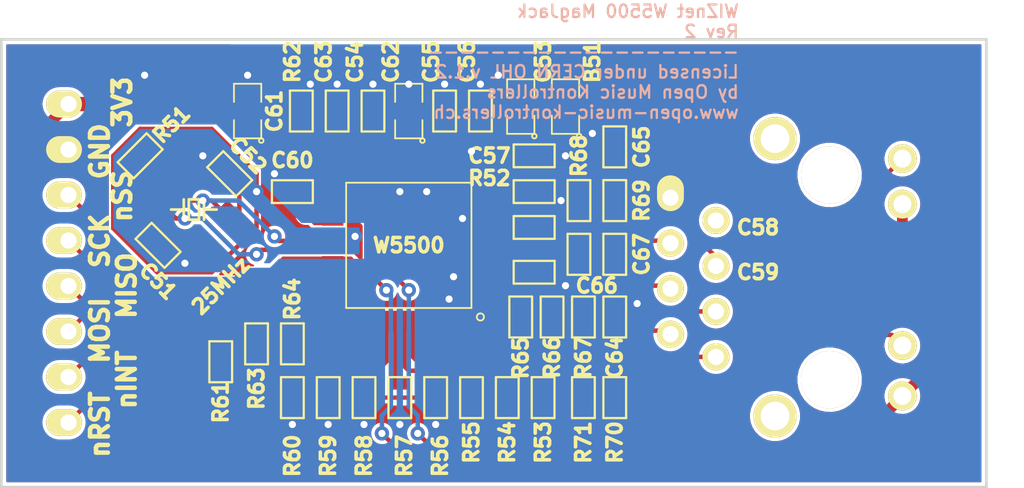
<source format=kicad_pcb>
(kicad_pcb (version 3) (host pcbnew "(2013-may-18)-stable")
  (title_block (title "WIZnet W5500 MagJack") (rev 2) (company "by Open Music Kontrollers (www.open-music-kontrollers.ch)") (comment 1 "Licensed under CERN OHL v.1.2") (comment 2 "Copyright (c) 2014 Hanspeter portner (dev@open-music-kontrollers.ch)"))
  (layers (15 F.Cu signal) (0 B.Cu signal) (18 B.Paste user) (19 F.Paste user) (20 B.SilkS user) (21 F.SilkS user) (22 B.Mask user) (23 F.Mask user) (28 Edge.Cuts user))
  (net 0 "")
  (net 1 +3.3V)
  (net 2 /W5500/MISO)
  (net 3 /W5500/MOSI)
  (net 4 /W5500/SCK)
  (net 5 /W5500/nINT)
  (net 6 /W5500/nRST)
  (net 7 /W5500/nSS)
  (net 8 ACTLED)
  (net 9 GND)
  (net 10 LINKLED)
  (net 11 N-0000011)
  (net 12 N-0000012)
  (net 13 N-0000014)
  (net 14 N-0000015)
  (net 15 N-0000021)
  (net 16 N-0000022)
  (net 17 N-0000023)
  (net 18 N-0000024)
  (net 19 N-0000025)
  (net 20 N-0000026)
  (net 21 N-0000031)
  (net 22 N-0000032)
  (net 23 N-0000033)
  (net 24 N-0000034)
  (net 25 N-0000038)
  (net 26 N-000009)
  (net 27 RCT)
  (net 28 RXN)
  (net 29 RXP)
  (net 30 TCT)
  (net 31 TXN)
  (net 32 TXP)
  (net 33 W3V3A)
  (net 34 XI)
  (net 35 XO)
  (module SIL-8 (layer F.Cu) (at 15.75 24.5 270)
    (fp_text reference P51 hide)
    (fp_text value CONN_8 hide)
    (pad 1 thru_hole oval (at -8.89 0 270) (size 1.5 2) (drill 0.9 (offset 0 0.25)) (layers *.Cu *.Mask F.SilkS) (net 1 +3.3V))
    (pad 2 thru_hole oval (at -6.35 0 270) (size 1.5 2) (drill 0.9 (offset 0 0.25)) (layers *.Cu *.Mask F.SilkS) (net 9 GND))
    (pad 3 thru_hole oval (at -3.81 0 270) (size 1.5 2) (drill 0.9 (offset 0 0.25)) (layers *.Cu *.Mask F.SilkS) (net 7 /W5500/nSS))
    (pad 4 thru_hole oval (at -1.27 0 270) (size 1.5 2) (drill 0.9 (offset 0 0.25)) (layers *.Cu *.Mask F.SilkS) (net 4 /W5500/SCK))
    (pad 5 thru_hole oval (at 1.27 0 270) (size 1.5 2) (drill 0.9 (offset 0 0.25)) (layers *.Cu *.Mask F.SilkS) (net 2 /W5500/MISO))
    (pad 6 thru_hole oval (at 3.81 0 270) (size 1.5 2) (drill 0.9 (offset 0 0.25)) (layers *.Cu *.Mask F.SilkS) (net 3 /W5500/MOSI))
    (pad 7 thru_hole oval (at 6.35 0 270) (size 1.5 2) (drill 0.9 (offset 0 0.25)) (layers *.Cu *.Mask F.SilkS) (net 5 /W5500/nINT))
    (pad 8 thru_hole oval (at 8.89 0 270) (size 1.5 2) (drill 0.9 (offset 0 0.25)) (layers *.Cu *.Mask F.SilkS) (net 6 /W5500/nRST))
  )
  (module SM0603 (layer F.Cu) (at 44.5 32 90)
    (fp_text reference R71 (at -2.5 0 90) (layer F.SilkS) (effects (font (size 0.8 0.8) (thickness 0.2))))
    (fp_text value 330 hide)
    (pad 1 smd rect (at -0.762 0 90) (size 0.635 1.143) (layers F.Cu F.Paste F.Mask) (net 10 LINKLED))
    (pad 2 smd rect (at 0.762 0 90) (size 0.635 1.143) (layers F.Cu F.Paste F.Mask) (net 25 N-0000038))
  )
  (module SM0603 (layer F.Cu) (at 46.25 32 90)
    (fp_text reference R70 (at -2.5 0 90) (layer F.SilkS) (effects (font (size 0.8 0.8) (thickness 0.2))))
    (fp_text value 330 hide)
    (pad 1 smd rect (at -0.762 0 90) (size 0.635 1.143) (layers F.Cu F.Paste F.Mask) (net 8 ACTLED))
    (pad 2 smd rect (at 0.762 0 90) (size 0.635 1.143) (layers F.Cu F.Paste F.Mask) (net 22 N-0000032))
  )
  (module SM0603 (layer F.Cu) (at 41 27.5 90)
    (fp_text reference R65 (at -2.286 0 90) (layer F.SilkS) (effects (font (size 0.8 0.8) (thickness 0.2))))
    (fp_text value 49.9/1% hide)
    (pad 1 smd rect (at -0.762 0 90) (size 0.635 1.143) (layers F.Cu F.Paste F.Mask) (net 32 TXP))
    (pad 2 smd rect (at 0.762 0 90) (size 0.635 1.143) (layers F.Cu F.Paste F.Mask) (net 33 W3V3A))
  )
  (module SM0603 (layer F.Cu) (at 42.75 27.5 90)
    (fp_text reference R66 (at -2.25 0 90) (layer F.SilkS) (effects (font (size 0.8 0.8) (thickness 0.2))))
    (fp_text value 49.9/1% hide)
    (pad 1 smd rect (at -0.762 0 90) (size 0.635 1.143) (layers F.Cu F.Paste F.Mask) (net 31 TXN))
    (pad 2 smd rect (at 0.762 0 90) (size 0.635 1.143) (layers F.Cu F.Paste F.Mask) (net 33 W3V3A))
  )
  (module SM0603 (layer F.Cu) (at 44.25 24 270)
    (fp_text reference C66 (at 1.75 -1 360) (layer F.SilkS) (effects (font (size 0.8 0.8) (thickness 0.2))))
    (fp_text value 6.8nF hide)
    (pad 1 smd rect (at -0.762 0 270) (size 0.635 1.143) (layers F.Cu F.Paste F.Mask) (net 29 RXP))
    (pad 2 smd rect (at 0.762 0 270) (size 0.635 1.143) (layers F.Cu F.Paste F.Mask) (net 16 N-0000022))
  )
  (module SM0603 (layer F.Cu) (at 44.25 21 90)
    (fp_text reference R68 (at 2.5 0 90) (layer F.SilkS) (effects (font (size 0.8 0.8) (thickness 0.2))))
    (fp_text value 82/1% hide)
    (pad 1 smd rect (at -0.762 0 90) (size 0.635 1.143) (layers F.Cu F.Paste F.Mask) (net 29 RXP))
    (pad 2 smd rect (at 0.762 0 90) (size 0.635 1.143) (layers F.Cu F.Paste F.Mask) (net 27 RCT))
  )
  (module SM0603 (layer F.Cu) (at 46.25 21 90)
    (fp_text reference R69 (at 0 1.5 90) (layer F.SilkS) (effects (font (size 0.8 0.8) (thickness 0.2))))
    (fp_text value 82/1% hide)
    (pad 1 smd rect (at -0.762 0 90) (size 0.635 1.143) (layers F.Cu F.Paste F.Mask) (net 28 RXN))
    (pad 2 smd rect (at 0.762 0 90) (size 0.635 1.143) (layers F.Cu F.Paste F.Mask) (net 27 RCT))
  )
  (module SM0603 (layer F.Cu) (at 46.25 18 90)
    (fp_text reference C65 (at 0 1.5 90) (layer F.SilkS) (effects (font (size 0.8 0.8) (thickness 0.2))))
    (fp_text value 10nF hide)
    (pad 1 smd rect (at -0.762 0 90) (size 0.635 1.143) (layers F.Cu F.Paste F.Mask) (net 27 RCT))
    (pad 2 smd rect (at 0.762 0 90) (size 0.635 1.143) (layers F.Cu F.Paste F.Mask) (net 9 GND))
  )
  (module SM0603 (layer F.Cu) (at 46.25 27.5 270)
    (fp_text reference C64 (at 2.25 0 270) (layer F.SilkS) (effects (font (size 0.8 0.8) (thickness 0.2))))
    (fp_text value 22nF hide)
    (pad 1 smd rect (at -0.762 0 270) (size 0.635 1.143) (layers F.Cu F.Paste F.Mask) (net 9 GND))
    (pad 2 smd rect (at 0.762 0 270) (size 0.635 1.143) (layers F.Cu F.Paste F.Mask) (net 30 TCT))
  )
  (module XTAL_532 (layer F.Cu) (at 22.75 21.5 135)
    (fp_text reference X51 hide)
    (fp_text value 25MHz (at -4.065864 -1.944544 225) (layer F.SilkS) (effects (font (size 0.8 0.8) (thickness 0.2))))
    (pad 1 smd rect (at -1.85 1.1 135) (size 1.8 1.2) (layers F.Cu F.Paste F.Mask) (net 34 XI))
    (pad 2 smd rect (at 1.85 1.1 135) (size 1.8 1.2) (layers F.Cu F.Paste F.Mask) (net 9 GND))
    (pad 3 smd rect (at 1.85 -1.1 135) (size 1.8 1.2) (layers F.Cu F.Paste F.Mask) (net 35 XO))
    (pad 4 smd rect (at -1.85 -1.1 135) (size 1.8 1.2) (layers F.Cu F.Paste F.Mask) (net 9 GND))
  )
  (module SM0805 (layer F.Cu) (at 41 15.75 90)
    (fp_text reference C53 (at 2.5 1.25 90) (layer F.SilkS) (effects (font (size 0.8 0.8) (thickness 0.2))))
    (fp_text value 10uF hide)
    (pad 1 smd rect (at -0.9525 0 90) (size 0.889 1.397) (layers F.Cu F.Paste F.Mask) (net 33 W3V3A))
    (pad 2 smd rect (at 0.9525 0 90) (size 0.889 1.397) (layers F.Cu F.Paste F.Mask) (net 9 GND))
  )
  (module SM0805 (layer F.Cu) (at 43.5 15.75 90)
    (fp_text reference B51 (at 2.5 1.5 90) (layer F.SilkS) (effects (font (size 0.8 0.8) (thickness 0.2))))
    (fp_text value 120R@100MHz hide)
    (pad 1 smd rect (at -0.9525 0 90) (size 0.889 1.397) (layers F.Cu F.Paste F.Mask) (net 33 W3V3A))
    (pad 2 smd rect (at 0.9525 0 90) (size 0.889 1.397) (layers F.Cu F.Paste F.Mask) (net 1 +3.3V))
  )
  (module SM0603 (layer F.Cu) (at 24.75 19.5 315)
    (fp_text reference C52 (at 0 -1.436841 315) (layer F.SilkS) (effects (font (size 0.8 0.8) (thickness 0.2))))
    (fp_text value 18pF hide)
    (pad 1 smd rect (at -0.762 0 315) (size 0.635 1.143) (layers F.Cu F.Paste F.Mask) (net 9 GND))
    (pad 2 smd rect (at 0.762 0 315) (size 0.635 1.143) (layers F.Cu F.Paste F.Mask) (net 34 XI))
  )
  (module SM0603 (layer F.Cu) (at 32.75 16 270)
    (fp_text reference C54 (at -2.75 1 270) (layer F.SilkS) (effects (font (size 0.8 0.8) (thickness 0.2))))
    (fp_text value 0.1uF hide)
    (pad 1 smd rect (at -0.762 0 270) (size 0.635 1.143) (layers F.Cu F.Paste F.Mask) (net 9 GND))
    (pad 2 smd rect (at 0.762 0 270) (size 0.635 1.143) (layers F.Cu F.Paste F.Mask) (net 33 W3V3A))
  )
  (module SM0603 (layer F.Cu) (at 36.75 16 270)
    (fp_text reference C55 (at -2.75 0.75 270) (layer F.SilkS) (effects (font (size 0.8 0.8) (thickness 0.2))))
    (fp_text value 0.1uF hide)
    (pad 1 smd rect (at -0.762 0 270) (size 0.635 1.143) (layers F.Cu F.Paste F.Mask) (net 9 GND))
    (pad 2 smd rect (at 0.762 0 270) (size 0.635 1.143) (layers F.Cu F.Paste F.Mask) (net 33 W3V3A))
  )
  (module SM0603 (layer F.Cu) (at 38.75 16 270)
    (fp_text reference C56 (at -2.75 0.75 270) (layer F.SilkS) (effects (font (size 0.8 0.8) (thickness 0.2))))
    (fp_text value 0.1uF hide)
    (pad 1 smd rect (at -0.762 0 270) (size 0.635 1.143) (layers F.Cu F.Paste F.Mask) (net 9 GND))
    (pad 2 smd rect (at 0.762 0 270) (size 0.635 1.143) (layers F.Cu F.Paste F.Mask) (net 33 W3V3A))
  )
  (module SM0603 (layer F.Cu) (at 28.25 20.5)
    (fp_text reference C60 (at 0 -1.75) (layer F.SilkS) (effects (font (size 0.8 0.8) (thickness 0.2))))
    (fp_text value 0.1uF hide)
    (pad 1 smd rect (at -0.762 0) (size 0.635 1.143) (layers F.Cu F.Paste F.Mask) (net 9 GND))
    (pad 2 smd rect (at 0.762 0) (size 0.635 1.143) (layers F.Cu F.Paste F.Mask) (net 1 +3.3V))
  )
  (module SM0603 (layer F.Cu) (at 41.75 18.5 180)
    (fp_text reference C57 (at 2.5 0 180) (layer F.SilkS) (effects (font (size 0.8 0.8) (thickness 0.2))))
    (fp_text value 0.1uF hide)
    (pad 1 smd rect (at -0.762 0 180) (size 0.635 1.143) (layers F.Cu F.Paste F.Mask) (net 9 GND))
    (pad 2 smd rect (at 0.762 0 180) (size 0.635 1.143) (layers F.Cu F.Paste F.Mask) (net 33 W3V3A))
  )
  (module SM0603 (layer F.Cu) (at 41.75 22.5 180)
    (fp_text reference C58 (at -12.5 0 180) (layer F.SilkS) (effects (font (size 0.8 0.8) (thickness 0.2))))
    (fp_text value 0.1uF hide)
    (pad 1 smd rect (at -0.762 0 180) (size 0.635 1.143) (layers F.Cu F.Paste F.Mask) (net 9 GND))
    (pad 2 smd rect (at 0.762 0 180) (size 0.635 1.143) (layers F.Cu F.Paste F.Mask) (net 33 W3V3A))
  )
  (module SM0603 (layer F.Cu) (at 32.25 32 90)
    (fp_text reference R58 (at -3.25 0 90) (layer F.SilkS) (effects (font (size 0.8 0.8) (thickness 0.2))))
    (fp_text value 10k hide)
    (pad 1 smd rect (at -0.762 0 90) (size 0.635 1.143) (layers F.Cu F.Paste F.Mask) (net 9 GND))
    (pad 2 smd rect (at 0.762 0 90) (size 0.635 1.143) (layers F.Cu F.Paste F.Mask) (net 19 N-0000025))
  )
  (module SM0603 (layer F.Cu) (at 20.75 23.5 135)
    (fp_text reference C51 (at -1.414214 -1.414214 135) (layer F.SilkS) (effects (font (size 0.8 0.8) (thickness 0.2))))
    (fp_text value 18pF hide)
    (pad 1 smd rect (at -0.762 0 135) (size 0.635 1.143) (layers F.Cu F.Paste F.Mask) (net 9 GND))
    (pad 2 smd rect (at 0.762 0 135) (size 0.635 1.143) (layers F.Cu F.Paste F.Mask) (net 35 XO))
  )
  (module SM0603 (layer F.Cu) (at 30.25 32 90)
    (fp_text reference R59 (at -3.25 0 90) (layer F.SilkS) (effects (font (size 0.8 0.8) (thickness 0.2))))
    (fp_text value 10k hide)
    (pad 1 smd rect (at -0.762 0 90) (size 0.635 1.143) (layers F.Cu F.Paste F.Mask) (net 9 GND))
    (pad 2 smd rect (at 0.762 0 90) (size 0.635 1.143) (layers F.Cu F.Paste F.Mask) (net 13 N-0000014))
  )
  (module SM0603 (layer F.Cu) (at 28.25 29 270)
    (fp_text reference R64 (at -2.5 0 270) (layer F.SilkS) (effects (font (size 0.8 0.8) (thickness 0.2))))
    (fp_text value 10k hide)
    (pad 1 smd rect (at -0.762 0 270) (size 0.635 1.143) (layers F.Cu F.Paste F.Mask) (net 7 /W5500/nSS))
    (pad 2 smd rect (at 0.762 0 270) (size 0.635 1.143) (layers F.Cu F.Paste F.Mask) (net 1 +3.3V))
  )
  (module SM0603 (layer F.Cu) (at 26.25 29 270)
    (fp_text reference R63 (at 2.5 0 270) (layer F.SilkS) (effects (font (size 0.8 0.8) (thickness 0.2))))
    (fp_text value 10k hide)
    (pad 1 smd rect (at -0.762 0 270) (size 0.635 1.143) (layers F.Cu F.Paste F.Mask) (net 5 /W5500/nINT))
    (pad 2 smd rect (at 0.762 0 270) (size 0.635 1.143) (layers F.Cu F.Paste F.Mask) (net 1 +3.3V))
  )
  (module SM0603 (layer F.Cu) (at 28.25 32 90)
    (fp_text reference R60 (at -3.25 0 90) (layer F.SilkS) (effects (font (size 0.8 0.8) (thickness 0.2))))
    (fp_text value 10k hide)
    (pad 1 smd rect (at -0.762 0 90) (size 0.635 1.143) (layers F.Cu F.Paste F.Mask) (net 9 GND))
    (pad 2 smd rect (at 0.762 0 90) (size 0.635 1.143) (layers F.Cu F.Paste F.Mask) (net 14 N-0000015))
  )
  (module SM0603 (layer F.Cu) (at 28.75 16 90)
    (fp_text reference R62 (at 2.75 -0.5 90) (layer F.SilkS) (effects (font (size 0.8 0.8) (thickness 0.2))))
    (fp_text value 10k hide)
    (pad 1 smd rect (at -0.762 0 90) (size 0.635 1.143) (layers F.Cu F.Paste F.Mask) (net 18 N-0000024))
    (pad 2 smd rect (at 0.762 0 90) (size 0.635 1.143) (layers F.Cu F.Paste F.Mask) (net 9 GND))
  )
  (module SM0603 (layer F.Cu) (at 41.75 20.5 180)
    (fp_text reference R52 (at 2.5 0.75 180) (layer F.SilkS) (effects (font (size 0.8 0.8) (thickness 0.2))))
    (fp_text value 12.4k hide)
    (pad 1 smd rect (at -0.762 0 180) (size 0.635 1.143) (layers F.Cu F.Paste F.Mask) (net 9 GND))
    (pad 2 smd rect (at 0.762 0 180) (size 0.635 1.143) (layers F.Cu F.Paste F.Mask) (net 21 N-0000031))
  )
  (module SM0603 (layer F.Cu) (at 36.25 32 90)
    (fp_text reference R56 (at -3.25 0.25 90) (layer F.SilkS) (effects (font (size 0.8 0.8) (thickness 0.2))))
    (fp_text value 10k hide)
    (pad 1 smd rect (at -0.762 0 90) (size 0.635 1.143) (layers F.Cu F.Paste F.Mask) (net 9 GND))
    (pad 2 smd rect (at 0.762 0 90) (size 0.635 1.143) (layers F.Cu F.Paste F.Mask) (net 17 N-0000023))
  )
  (module SM0603 (layer F.Cu) (at 34.25 32 90)
    (fp_text reference R57 (at -3.25 0.25 90) (layer F.SilkS) (effects (font (size 0.8 0.8) (thickness 0.2))))
    (fp_text value 10k hide)
    (pad 1 smd rect (at -0.762 0 90) (size 0.635 1.143) (layers F.Cu F.Paste F.Mask) (net 9 GND))
    (pad 2 smd rect (at 0.762 0 90) (size 0.635 1.143) (layers F.Cu F.Paste F.Mask) (net 20 N-0000026))
  )
  (module SM0603 (layer F.Cu) (at 19.75 18.5 45)
    (fp_text reference R51 (at 2.474874 0 45) (layer F.SilkS) (effects (font (size 0.8 0.8) (thickness 0.2))))
    (fp_text value 1M hide)
    (pad 1 smd rect (at -0.762 0 45) (size 0.635 1.143) (layers F.Cu F.Paste F.Mask) (net 35 XO))
    (pad 2 smd rect (at 0.762 0 45) (size 0.635 1.143) (layers F.Cu F.Paste F.Mask) (net 34 XI))
  )
  (module SM0603 (layer F.Cu) (at 38.25 32 90)
    (fp_text reference R55 (at -2.5 0 90) (layer F.SilkS) (effects (font (size 0.8 0.8) (thickness 0.2))))
    (fp_text value 10k hide)
    (pad 1 smd rect (at -0.762 0 90) (size 0.635 1.143) (layers F.Cu F.Paste F.Mask) (net 1 +3.3V))
    (pad 2 smd rect (at 0.762 0 90) (size 0.635 1.143) (layers F.Cu F.Paste F.Mask) (net 24 N-0000034))
  )
  (module SM0603 (layer F.Cu) (at 42.25 32 90)
    (fp_text reference R53 (at -2.5 0 90) (layer F.SilkS) (effects (font (size 0.8 0.8) (thickness 0.2))))
    (fp_text value 10k hide)
    (pad 1 smd rect (at -0.762 0 90) (size 0.635 1.143) (layers F.Cu F.Paste F.Mask) (net 1 +3.3V))
    (pad 2 smd rect (at 0.762 0 90) (size 0.635 1.143) (layers F.Cu F.Paste F.Mask) (net 23 N-0000033))
  )
  (module SM0603 (layer F.Cu) (at 40.25 32 90)
    (fp_text reference R54 (at -2.5 0 90) (layer F.SilkS) (effects (font (size 0.8 0.8) (thickness 0.2))))
    (fp_text value 10k hide)
    (pad 1 smd rect (at -0.762 0 90) (size 0.635 1.143) (layers F.Cu F.Paste F.Mask) (net 1 +3.3V))
    (pad 2 smd rect (at 0.762 0 90) (size 0.635 1.143) (layers F.Cu F.Paste F.Mask) (net 26 N-000009))
  )
  (module SM0603 (layer F.Cu) (at 30.75 16 90)
    (fp_text reference C63 (at 2.75 -0.75 90) (layer F.SilkS) (effects (font (size 0.8 0.8) (thickness 0.2))))
    (fp_text value 10nF hide)
    (pad 1 smd rect (at -0.762 0 90) (size 0.635 1.143) (layers F.Cu F.Paste F.Mask) (net 11 N-0000011))
    (pad 2 smd rect (at 0.762 0 90) (size 0.635 1.143) (layers F.Cu F.Paste F.Mask) (net 9 GND))
  )
  (module SM0603 (layer F.Cu) (at 41.75 25 180)
    (fp_text reference C59 (at -12.5 0 180) (layer F.SilkS) (effects (font (size 0.8 0.8) (thickness 0.2))))
    (fp_text value 0.1uF hide)
    (pad 1 smd rect (at -0.762 0 180) (size 0.635 1.143) (layers F.Cu F.Paste F.Mask) (net 9 GND))
    (pad 2 smd rect (at 0.762 0 180) (size 0.635 1.143) (layers F.Cu F.Paste F.Mask) (net 33 W3V3A))
  )
  (module SM0805 (layer F.Cu) (at 25.75 16 90)
    (fp_text reference C61 (at 0 1.5 90) (layer F.SilkS) (effects (font (size 0.8 0.8) (thickness 0.2))))
    (fp_text value 10uF hide)
    (pad 1 smd rect (at -0.9525 0 90) (size 0.889 1.397) (layers F.Cu F.Paste F.Mask) (net 1 +3.3V))
    (pad 2 smd rect (at 0.9525 0 90) (size 0.889 1.397) (layers F.Cu F.Paste F.Mask) (net 9 GND))
  )
  (module SM0805 (layer F.Cu) (at 34.75 16 90)
    (fp_text reference C62 (at 2.75 -1 90) (layer F.SilkS) (effects (font (size 0.8 0.8) (thickness 0.2))))
    (fp_text value 4.7uF hide)
    (pad 1 smd rect (at -0.9525 0 90) (size 0.889 1.397) (layers F.Cu F.Paste F.Mask) (net 12 N-0000012))
    (pad 2 smd rect (at 0.9525 0 90) (size 0.889 1.397) (layers F.Cu F.Paste F.Mask) (net 9 GND))
  )
  (module LQFP48 (layer F.Cu) (at 34.75 23.5 180)
    (fp_text reference U51 hide)
    (fp_text value W5500 hide)
    (pad 12 smd rect (at -4.25 2.75 180) (size 1.2 0.3) (layers F.Cu F.Paste F.Mask))
    (pad 11 smd rect (at -4.25 2.25 180) (size 1.2 0.3) (layers F.Cu F.Paste F.Mask) (net 33 W3V3A))
    (pad 10 smd rect (at -4.25 1.75 180) (size 1.2 0.3) (layers F.Cu F.Paste F.Mask) (net 21 N-0000031))
    (pad 9 smd rect (at -4.25 1.25 180) (size 1.2 0.3) (layers F.Cu F.Paste F.Mask) (net 9 GND))
    (pad 8 smd rect (at -4.25 0.75 180) (size 1.2 0.3) (layers F.Cu F.Paste F.Mask) (net 33 W3V3A))
    (pad 7 smd rect (at -4.25 0.25 180) (size 1.2 0.3) (layers F.Cu F.Paste F.Mask))
    (pad 6 smd rect (at -4.25 -0.25 180) (size 1.2 0.3) (layers F.Cu F.Paste F.Mask) (net 29 RXP))
    (pad 5 smd rect (at -4.25 -0.75 180) (size 1.2 0.3) (layers F.Cu F.Paste F.Mask) (net 28 RXN))
    (pad 4 smd rect (at -4.25 -1.25 180) (size 1.2 0.3) (layers F.Cu F.Paste F.Mask) (net 33 W3V3A))
    (pad 3 smd rect (at -4.25 -1.75 180) (size 1.2 0.3) (layers F.Cu F.Paste F.Mask) (net 9 GND))
    (pad 2 smd rect (at -4.25 -2.25 180) (size 1.2 0.3) (layers F.Cu F.Paste F.Mask) (net 32 TXP))
    (pad 1 smd rect (at -4.25 -2.75 180) (size 1.2 0.3) (layers F.Cu F.Paste F.Mask) (net 31 TXN))
    (pad 48 smd rect (at -2.75 -4.25 180) (size 0.3 1.2) (layers F.Cu F.Paste F.Mask) (net 9 GND))
    (pad 47 smd rect (at -2.25 -4.25 180) (size 0.3 1.2) (layers F.Cu F.Paste F.Mask))
    (pad 46 smd rect (at -1.75 -4.25 180) (size 0.3 1.2) (layers F.Cu F.Paste F.Mask))
    (pad 45 smd rect (at -1.25 -4.25 180) (size 0.3 1.2) (layers F.Cu F.Paste F.Mask) (net 23 N-0000033))
    (pad 44 smd rect (at -0.75 -4.25 180) (size 0.3 1.2) (layers F.Cu F.Paste F.Mask) (net 26 N-000009))
    (pad 43 smd rect (at -0.25 -4.25 180) (size 0.3 1.2) (layers F.Cu F.Paste F.Mask) (net 24 N-0000034))
    (pad 42 smd rect (at 0.25 -4.25 180) (size 0.3 1.2) (layers F.Cu F.Paste F.Mask) (net 17 N-0000023))
    (pad 41 smd rect (at 0.75 -4.25 180) (size 0.3 1.2) (layers F.Cu F.Paste F.Mask) (net 20 N-0000026))
    (pad 40 smd rect (at 1.25 -4.25 180) (size 0.3 1.2) (layers F.Cu F.Paste F.Mask) (net 19 N-0000025))
    (pad 39 smd rect (at 1.75 -4.25 180) (size 0.3 1.2) (layers F.Cu F.Paste F.Mask) (net 13 N-0000014))
    (pad 38 smd rect (at 2.25 -4.25 180) (size 0.3 1.2) (layers F.Cu F.Paste F.Mask) (net 14 N-0000015))
    (pad 37 smd rect (at 2.75 -4.25 180) (size 0.3 1.2) (layers F.Cu F.Paste F.Mask) (net 6 /W5500/nRST))
    (pad 25 smd rect (at 4.25 2.75 180) (size 1.2 0.3) (layers F.Cu F.Paste F.Mask) (net 10 LINKLED))
    (pad 26 smd rect (at 4.25 2.25 180) (size 1.2 0.3) (layers F.Cu F.Paste F.Mask))
    (pad 27 smd rect (at 4.25 1.75 180) (size 1.2 0.3) (layers F.Cu F.Paste F.Mask) (net 8 ACTLED))
    (pad 28 smd rect (at 4.25 1.25 180) (size 1.2 0.3) (layers F.Cu F.Paste F.Mask) (net 1 +3.3V))
    (pad 29 smd rect (at 4.25 0.75 180) (size 1.2 0.3) (layers F.Cu F.Paste F.Mask) (net 9 GND))
    (pad 30 smd rect (at 4.25 0.25 180) (size 1.2 0.3) (layers F.Cu F.Paste F.Mask) (net 34 XI))
    (pad 31 smd rect (at 4.25 -0.25 180) (size 1.2 0.3) (layers F.Cu F.Paste F.Mask) (net 35 XO))
    (pad 32 smd rect (at 4.25 -0.75 180) (size 1.2 0.3) (layers F.Cu F.Paste F.Mask) (net 7 /W5500/nSS))
    (pad 33 smd rect (at 4.25 -1.25 180) (size 1.2 0.3) (layers F.Cu F.Paste F.Mask) (net 4 /W5500/SCK))
    (pad 34 smd rect (at 4.25 -1.75 180) (size 1.2 0.3) (layers F.Cu F.Paste F.Mask) (net 2 /W5500/MISO))
    (pad 35 smd rect (at 4.25 -2.25 180) (size 1.2 0.3) (layers F.Cu F.Paste F.Mask) (net 3 /W5500/MOSI))
    (pad 36 smd rect (at 4.25 -2.75 180) (size 1.2 0.3) (layers F.Cu F.Paste F.Mask) (net 5 /W5500/nINT))
    (pad 13 smd rect (at -2.75 4.25 180) (size 0.3 1.2) (layers F.Cu F.Paste F.Mask))
    (pad 14 smd rect (at -2.25 4.25 180) (size 0.3 1.2) (layers F.Cu F.Paste F.Mask) (net 9 GND))
    (pad 15 smd rect (at -1.75 4.25 180) (size 0.3 1.2) (layers F.Cu F.Paste F.Mask) (net 33 W3V3A))
    (pad 16 smd rect (at -1.25 4.25 180) (size 0.3 1.2) (layers F.Cu F.Paste F.Mask) (net 9 GND))
    (pad 17 smd rect (at -0.75 4.25 180) (size 0.3 1.2) (layers F.Cu F.Paste F.Mask) (net 33 W3V3A))
    (pad 18 smd rect (at -0.25 4.25 180) (size 0.3 1.2) (layers F.Cu F.Paste F.Mask))
    (pad 19 smd rect (at 0.25 4.25 180) (size 0.3 1.2) (layers F.Cu F.Paste F.Mask) (net 9 GND))
    (pad 20 smd rect (at 0.75 4.25 180) (size 0.3 1.2) (layers F.Cu F.Paste F.Mask) (net 12 N-0000012))
    (pad 21 smd rect (at 1.25 4.25 180) (size 0.3 1.2) (layers F.Cu F.Paste F.Mask) (net 33 W3V3A))
    (pad 22 smd rect (at 1.75 4.25 180) (size 0.3 1.2) (layers F.Cu F.Paste F.Mask) (net 11 N-0000011))
    (pad 23 smd rect (at 2.25 4.25 180) (size 0.3 1.2) (layers F.Cu F.Paste F.Mask) (net 18 N-0000024))
    (pad 24 smd rect (at 2.75 4.25 180) (size 0.3 1.2) (layers F.Cu F.Paste F.Mask))
  )
  (module SM0603 (layer F.Cu) (at 44.5 27.5 90)
    (fp_text reference R67 (at -2.25 0 90) (layer F.SilkS) (effects (font (size 0.8 0.8) (thickness 0.2))))
    (fp_text value 10 hide)
    (pad 1 smd rect (at -0.762 0 90) (size 0.635 1.143) (layers F.Cu F.Paste F.Mask) (net 30 TCT))
    (pad 2 smd rect (at 0.762 0 90) (size 0.635 1.143) (layers F.Cu F.Paste F.Mask) (net 33 W3V3A))
  )
  (module SM0603 (layer F.Cu) (at 46.25 24 90)
    (fp_text reference C67 (at 0 1.5 90) (layer F.SilkS) (effects (font (size 0.8 0.8) (thickness 0.2))))
    (fp_text value 6.8nF hide)
    (pad 1 smd rect (at -0.762 0 90) (size 0.635 1.143) (layers F.Cu F.Paste F.Mask) (net 28 RXN))
    (pad 2 smd rect (at 0.762 0 90) (size 0.635 1.143) (layers F.Cu F.Paste F.Mask) (net 15 N-0000021))
  )
  (module SM0603 (layer F.Cu) (at 24.25 30 90)
    (fp_text reference R61 (at -2.25 0 90) (layer F.SilkS) (effects (font (size 0.8 0.8) (thickness 0.2))))
    (fp_text value 10k hide)
    (pad 1 smd rect (at -0.762 0 90) (size 0.635 1.143) (layers F.Cu F.Paste F.Mask) (net 1 +3.3V))
    (pad 2 smd rect (at 0.762 0 90) (size 0.635 1.143) (layers F.Cu F.Paste F.Mask) (net 6 /W5500/nRST))
  )
  (module MagJack (layer F.Cu) (at 58.25 31 90)
    (fp_text reference J51 hide)
    (fp_text value RJ45-TRANSFO hide)
    (pad "" thru_hole circle (at 11.43 0 90) (size 3.2 3.2) (drill 3.2) (layers *.Cu *.Mask F.SilkS))
    (pad "" thru_hole circle (at 0 0 90) (size 3.2 3.2) (drill 3.2) (layers *.Cu *.Mask F.SilkS))
    (pad 1 thru_hole circle (at 1.27 -6.35 90) (size 1.5 1.5) (drill 0.9) (layers *.Cu *.Mask F.SilkS) (net 32 TXP))
    (pad 3 thru_hole circle (at 3.81 -6.35 90) (size 1.5 1.5) (drill 0.9) (layers *.Cu *.Mask F.SilkS) (net 31 TXN))
    (pad 5 thru_hole circle (at 6.35 -6.35 90) (size 1.5 1.5) (drill 0.9) (layers *.Cu *.Mask F.SilkS) (net 27 RCT))
    (pad 7 thru_hole circle (at 8.89 -6.35 90) (size 1.5 1.5) (drill 0.9) (layers *.Cu *.Mask F.SilkS))
    (pad 2 thru_hole circle (at 2.54 -8.89 90) (size 1.5 1.5) (drill 0.9) (layers *.Cu *.Mask F.SilkS) (net 30 TCT))
    (pad 4 thru_hole circle (at 5.08 -8.89 90) (size 1.5 1.5) (drill 0.9) (layers *.Cu *.Mask F.SilkS) (net 16 N-0000022))
    (pad 6 thru_hole circle (at 7.62 -8.89 90) (size 1.5 1.5) (drill 0.9) (layers *.Cu *.Mask F.SilkS) (net 15 N-0000021))
    (pad 8 thru_hole oval (at 10.16 -8.89 90) (size 2 1.5) (drill 0.9 (offset 0.25 0)) (layers *.Cu *.Mask F.SilkS) (net 9 GND))
    (pad 13 thru_hole circle (at 13.46 -3.05 90) (size 2.4 2.4) (drill 1.6) (layers *.Cu *.Mask F.SilkS))
    (pad 13 thru_hole circle (at -2.03 -3.05 90) (size 2.4 2.4) (drill 1.6) (layers *.Cu *.Mask F.SilkS))
    (pad YA thru_hole circle (at -0.91 4.06 90) (size 1.6 1.6) (drill 1) (layers *.Cu *.Mask F.SilkS) (net 1 +3.3V))
    (pad GK thru_hole circle (at 12.34 4.06 90) (size 1.6 1.6) (drill 1) (layers *.Cu *.Mask F.SilkS) (net 22 N-0000032))
    (pad GA thru_hole circle (at 9.8 4.06 90) (size 1.6 1.6) (drill 1) (layers *.Cu *.Mask F.SilkS) (net 1 +3.3V))
    (pad YK thru_hole circle (at 1.905 4.06 90) (size 1.6 1.6) (drill 1) (layers *.Cu *.Mask F.SilkS) (net 25 N-0000038))
  )
  (gr_text W5500 (at 34.75 23.5) (layer F.SilkS) (effects (font (size 0.8 0.8) (thickness 0.2))))
  (gr_text nRST (at 17.5 33.5 90) (layer F.SilkS) (effects (font (size 1 1) (thickness 0.25))))
  (gr_text nINT (at 19 31 90) (layer F.SilkS) (effects (font (size 1 1) (thickness 0.25))))
  (gr_text MISO (at 19 25.75 90) (layer F.SilkS) (effects (font (size 1 1) (thickness 0.25))))
  (gr_text MOSI (at 17.5 28.25 90) (layer F.SilkS) (effects (font (size 1 1) (thickness 0.25))))
  (gr_text SCK (at 17.5 23.25 90) (layer F.SilkS) (effects (font (size 1 1) (thickness 0.25))))
  (gr_text nSS (at 18.75 20.75 90) (layer F.SilkS) (effects (font (size 1 1) (thickness 0.25))))
  (gr_text GND (at 17.5 18.25 90) (layer F.SilkS) (effects (font (size 1 1) (thickness 0.25))))
  (gr_text 3V3 (at 18.75 15.5 90) (layer F.SilkS) (effects (font (size 1 1) (thickness 0.25))))
  (gr_line (start 12 37) (end 67 37) (angle 90) (layer Edge.Cuts) (width 0.15))
  (gr_line (start 12 12) (end 12 37) (angle 90) (layer Edge.Cuts) (width 0.15))
  (gr_line (start 67 12) (end 12 12) (angle 90) (layer Edge.Cuts) (width 0.15))
  (gr_line (start 67 37) (end 67 36.75) (angle 90) (layer Edge.Cuts) (width 0.15))
  (gr_line (start 67 12) (end 67 37) (angle 90) (layer Edge.Cuts) (width 0.15))
  (gr_text "WIZnet W5500 MagJack\nRev 2\n--------------------\nLicensed under CERN OHL v.1.2\nby Open Music Kontrollers\nwww.open-music-kontrollers.ch" (at 53.25 13.25) (layer B.SilkS) (effects (font (size 0.7 0.7) (thickness 0.127)) (justify left mirror)))
  (segment (start 24.25 30.762) (end 25.25 30.762) (width 0.6) (layer F.Cu) (net 1))
  (segment (start 25.25 30.762) (end 26.25 29.762) (width 0.6) (layer F.Cu) (net 1))
  (segment (start 19.72625 34.77375) (end 20.23825 34.77375) (width 0.6) (layer F.Cu) (net 1))
  (segment (start 20.23825 34.77375) (end 24.25 30.762) (width 0.6) (layer F.Cu) (net 1))
  (segment (start 15 34.75) (end 14.25 34.75) (width 0.6) (layer F.Cu) (net 1))
  (segment (start 13.75 17.61) (end 15.75 15.61) (width 0.6) (layer F.Cu) (net 1))
  (segment (start 13.75 34.25) (end 13.75 17.61) (width 0.6) (layer F.Cu) (net 1))
  (segment (start 14.25 34.75) (end 13.75 34.25) (width 0.6) (layer F.Cu) (net 1))
  (segment (start 25.75 16.9525) (end 26.4525 16.9525) (width 0.8) (layer F.Cu) (net 1))
  (segment (start 29.012 19.512) (end 29.012 20.5) (width 0.8) (layer F.Cu) (net 1))
  (segment (start 26.4525 16.9525) (end 29.012 19.512) (width 0.8) (layer F.Cu) (net 1))
  (segment (start 22.75 15.61) (end 23.61 15.61) (width 0.8) (layer F.Cu) (net 1))
  (segment (start 24.9525 16.9525) (end 25.75 16.9525) (width 0.8) (layer F.Cu) (net 1))
  (segment (start 23.61 15.61) (end 24.9525 16.9525) (width 0.8) (layer F.Cu) (net 1))
  (segment (start 62.31 31.91) (end 62.31 31.94) (width 0.8) (layer F.Cu) (net 1))
  (segment (start 62.31 31.94) (end 58.5 35.75) (width 0.6) (layer F.Cu) (net 1))
  (segment (start 58.5 35.75) (end 20.7025 35.75) (width 0.6) (layer F.Cu) (net 1))
  (segment (start 20.7025 35.75) (end 19.72625 34.77375) (width 0.6) (layer F.Cu) (net 1))
  (segment (start 19.72625 34.77375) (end 19.7025 34.75) (width 0.6) (layer F.Cu) (net 1))
  (segment (start 62.31 21.2) (end 62.31 26.31) (width 0.6) (layer F.Cu) (net 1))
  (segment (start 64 30.22) (end 62.31 31.91) (width 0.6) (layer F.Cu) (net 1))
  (segment (start 64 28) (end 64 30.22) (width 0.6) (layer F.Cu) (net 1))
  (segment (start 62.31 26.31) (end 64 28) (width 0.6) (layer F.Cu) (net 1))
  (segment (start 22.39 15.61) (end 22.75 15.61) (width 0.8) (layer F.Cu) (net 1))
  (segment (start 20.5 15.61) (end 22.39 15.61) (width 0.8) (layer F.Cu) (net 1))
  (segment (start 15.75 15.61) (end 20.5 15.61) (width 0.8) (layer F.Cu) (net 1))
  (segment (start 22.39 15.61) (end 25.25 12.75) (width 0.8) (layer F.Cu) (net 1))
  (segment (start 42.5 12.75) (end 43.5 13.75) (width 0.8) (layer F.Cu) (net 1))
  (segment (start 25.25 12.75) (end 42.5 12.75) (width 0.8) (layer F.Cu) (net 1))
  (segment (start 43.5 13.75) (end 43.5 14.7975) (width 0.8) (layer F.Cu) (net 1))
  (segment (start 15 34.75) (end 19.7025 34.75) (width 0.6) (layer F.Cu) (net 1))
  (segment (start 30.5 22.25) (end 29.5 22.25) (width 0.25) (layer F.Cu) (net 1))
  (segment (start 29.5 22.25) (end 29.012 21.762) (width 0.25) (layer F.Cu) (net 1))
  (segment (start 29.012 21.762) (end 29.012 20.5) (width 0.8) (layer F.Cu) (net 1))
  (segment (start 26.25 29.762) (end 28.25 29.762) (width 0.8) (layer F.Cu) (net 1))
  (segment (start 26.25 29.762) (end 26.25 31) (width 0.6) (layer F.Cu) (net 1))
  (segment (start 26.25 31) (end 27.25 32) (width 0.6) (layer F.Cu) (net 1))
  (segment (start 27.25 32) (end 37.488 32) (width 0.24) (layer F.Cu) (net 1))
  (segment (start 37.488 32) (end 38.25 32.762) (width 0.24) (layer F.Cu) (net 1))
  (segment (start 40.25 32.762) (end 42.25 32.762) (width 0.6) (layer F.Cu) (net 1))
  (segment (start 38.25 32.762) (end 40.25 32.762) (width 0.6) (layer F.Cu) (net 1))
  (segment (start 30.5 25.25) (end 28.75 25.25) (width 0.25) (layer F.Cu) (net 2))
  (segment (start 16.48 26.5) (end 15.75 25.77) (width 0.25) (layer F.Cu) (net 2))
  (segment (start 26.25 26.5) (end 16.48 26.5) (width 0.25) (layer F.Cu) (net 2))
  (segment (start 26.75 26) (end 26.25 26.5) (width 0.25) (layer F.Cu) (net 2))
  (segment (start 28 26) (end 26.75 26) (width 0.25) (layer F.Cu) (net 2))
  (segment (start 28.75 25.25) (end 28 26) (width 0.25) (layer F.Cu) (net 2))
  (segment (start 30.5 25.75) (end 29.25 25.75) (width 0.25) (layer F.Cu) (net 3))
  (segment (start 17.06 27) (end 15.75 28.31) (width 0.25) (layer F.Cu) (net 3))
  (segment (start 26.75 27) (end 17.06 27) (width 0.25) (layer F.Cu) (net 3))
  (segment (start 27.25 26.5) (end 26.75 27) (width 0.25) (layer F.Cu) (net 3))
  (segment (start 28.5 26.5) (end 27.25 26.5) (width 0.25) (layer F.Cu) (net 3))
  (segment (start 29.25 25.75) (end 28.5 26.5) (width 0.25) (layer F.Cu) (net 3))
  (segment (start 20.25 26) (end 18.52 26) (width 0.25) (layer F.Cu) (net 4))
  (segment (start 28.25 24.75) (end 30.5 24.75) (width 0.25) (layer F.Cu) (net 4))
  (segment (start 26.25 25.5) (end 27.5 25.5) (width 0.25) (layer F.Cu) (net 4))
  (segment (start 27.5 25.5) (end 28.25 24.75) (width 0.25) (layer F.Cu) (net 4))
  (segment (start 25.75 26) (end 26.25 25.5) (width 0.25) (layer F.Cu) (net 4))
  (segment (start 20.25 26) (end 25.75 26) (width 0.25) (layer F.Cu) (net 4))
  (segment (start 18.52 26) (end 15.75 23.23) (width 0.25) (layer F.Cu) (net 4))
  (segment (start 20.25 27.5) (end 19.1 27.5) (width 0.25) (layer F.Cu) (net 5))
  (segment (start 22 27.5) (end 27.25 27.5) (width 0.25) (layer F.Cu) (net 5))
  (segment (start 22 27.5) (end 20.25 27.5) (width 0.25) (layer F.Cu) (net 5))
  (segment (start 19.1 27.5) (end 15.75 30.85) (width 0.25) (layer F.Cu) (net 5))
  (segment (start 27.75 27) (end 29.75 27) (width 0.25) (layer F.Cu) (net 5))
  (segment (start 27.25 27.5) (end 27.75 27) (width 0.25) (layer F.Cu) (net 5))
  (segment (start 26.25 28.238) (end 26.512 28.238) (width 0.25) (layer F.Cu) (net 5))
  (segment (start 26.512 28.238) (end 27.25 27.5) (width 0.25) (layer F.Cu) (net 5))
  (segment (start 29.75 27) (end 30.5 26.25) (width 0.25) (layer F.Cu) (net 5))
  (segment (start 24.25 29.238) (end 19.902 29.238) (width 0.25) (layer F.Cu) (net 6))
  (segment (start 19.902 29.238) (end 15.75 33.39) (width 0.25) (layer F.Cu) (net 6))
  (segment (start 32 27.75) (end 31.5 27.75) (width 0.25) (layer F.Cu) (net 6))
  (segment (start 24.488 29) (end 24.25 29.238) (width 0.25) (layer F.Cu) (net 6))
  (segment (start 30.25 29) (end 24.488 29) (width 0.25) (layer F.Cu) (net 6))
  (segment (start 31.5 27.75) (end 30.25 29) (width 0.25) (layer F.Cu) (net 6))
  (segment (start 21 25.5) (end 19.25 25.5) (width 0.25) (layer F.Cu) (net 7))
  (segment (start 30.5 24.25) (end 27.75 24.25) (width 0.25) (layer F.Cu) (net 7))
  (segment (start 27.75 24.25) (end 27 25) (width 0.25) (layer F.Cu) (net 7))
  (segment (start 27 25) (end 25.75 25) (width 0.25) (layer F.Cu) (net 7))
  (segment (start 25.75 25) (end 25.25 25.5) (width 0.25) (layer F.Cu) (net 7))
  (segment (start 25.25 25.5) (end 21 25.5) (width 0.25) (layer F.Cu) (net 7))
  (segment (start 17.25 22.19) (end 15.75 20.69) (width 0.25) (layer F.Cu) (net 7))
  (segment (start 19.25 25.5) (end 17.25 23.5) (width 0.25) (layer F.Cu) (net 7))
  (segment (start 17.25 23.5) (end 17.25 22.19) (width 0.25) (layer F.Cu) (net 7))
  (segment (start 28.25 28.238) (end 30.012 28.238) (width 0.25) (layer F.Cu) (net 7))
  (segment (start 31.5 24.25) (end 30.5 24.25) (width 0.25) (layer F.Cu) (net 7))
  (segment (start 31.75 24.5) (end 31.5 24.25) (width 0.25) (layer F.Cu) (net 7))
  (segment (start 31.75 26.5) (end 31.75 24.5) (width 0.25) (layer F.Cu) (net 7))
  (segment (start 30.012 28.238) (end 31.75 26.5) (width 0.25) (layer F.Cu) (net 7))
  (segment (start 30.5 21.75) (end 32 21.75) (width 0.25) (layer F.Cu) (net 8))
  (segment (start 44.012 35) (end 46.25 32.762) (width 0.25) (layer F.Cu) (net 8))
  (segment (start 34.25 35) (end 44.012 35) (width 0.25) (layer F.Cu) (net 8))
  (segment (start 33.25 34) (end 34.25 35) (width 0.25) (layer F.Cu) (net 8))
  (via (at 33.25 34) (size 0.8) (layers F.Cu B.Cu) (net 8))
  (segment (start 33.25 33) (end 33.25 34) (width 0.25) (layer B.Cu) (net 8))
  (segment (start 33.75 32.5) (end 33.25 33) (width 0.25) (layer B.Cu) (net 8))
  (segment (start 33.75 26.25) (end 33.75 32.5) (width 0.25) (layer B.Cu) (net 8))
  (segment (start 33.5 26) (end 33.75 26.25) (width 0.25) (layer B.Cu) (net 8))
  (via (at 33.5 26) (size 0.8) (layers F.Cu B.Cu) (net 8))
  (segment (start 32.5 25) (end 33.5 26) (width 0.25) (layer F.Cu) (net 8))
  (segment (start 32.5 22.25) (end 32.5 25) (width 0.25) (layer F.Cu) (net 8))
  (segment (start 32 21.75) (end 32.5 22.25) (width 0.25) (layer F.Cu) (net 8))
  (segment (start 30.75 15.238) (end 30.75 14.5) (width 0.25) (layer F.Cu) (net 9))
  (via (at 30.75 14.5) (size 0.8) (layers F.Cu B.Cu) (net 9))
  (segment (start 21.75 17) (end 19.75 17) (width 0.25) (layer F.Cu) (net 9))
  (segment (start 31.5 22.75) (end 31.75 23) (width 0.25) (layer B.Cu) (net 9))
  (segment (start 28.5 22.75) (end 31.5 22.75) (width 0.25) (layer B.Cu) (net 9))
  (segment (start 31.5 22.75) (end 31.75 23) (width 0.25) (layer F.Cu) (net 9))
  (via (at 31.75 23) (size 0.8) (layers F.Cu B.Cu) (net 9))
  (segment (start 30.5 22.75) (end 31.5 22.75) (width 0.25) (layer F.Cu) (net 9))
  (via (at 26.25 20.5) (size 0.8) (layers F.Cu B.Cu) (net 9))
  (segment (start 28.25 22.5) (end 26.25 20.5) (width 0.25) (layer B.Cu) (net 9))
  (segment (start 26.25 20.5) (end 26.25 19.5) (width 0.25) (layer F.Cu) (net 9))
  (segment (start 26.25 19.5) (end 23.75 17) (width 0.25) (layer F.Cu) (net 9))
  (segment (start 23.75 17) (end 21.75 17) (width 0.25) (layer F.Cu) (net 9))
  (segment (start 28.25 22.5) (end 28.5 22.75) (width 0.25) (layer B.Cu) (net 9))
  (segment (start 26.25 22.5) (end 26.25 20.5) (width 0.25) (layer F.Cu) (net 9))
  (segment (start 23.75 25) (end 26.25 22.5) (width 0.25) (layer F.Cu) (net 9))
  (segment (start 20.700002 25) (end 23.75 25) (width 0.25) (layer F.Cu) (net 9))
  (segment (start 18.25 22.549998) (end 20.700002 25) (width 0.25) (layer F.Cu) (net 9))
  (segment (start 18.25 18.5) (end 18.25 22.549998) (width 0.25) (layer F.Cu) (net 9))
  (segment (start 19.75 17) (end 18.25 18.5) (width 0.25) (layer F.Cu) (net 9))
  (segment (start 15.75 18.15) (end 15.85 18.15) (width 0.6) (layer B.Cu) (net 9))
  (via (at 20 14) (size 0.8) (layers F.Cu B.Cu) (net 9))
  (segment (start 15.85 18.15) (end 20 14) (width 0.6) (layer B.Cu) (net 9))
  (segment (start 41 14.7975) (end 40.5475 14.7975) (width 0.25) (layer F.Cu) (net 9))
  (via (at 39.75 14) (size 0.8) (layers F.Cu B.Cu) (net 9))
  (segment (start 40.5475 14.7975) (end 39.75 14) (width 0.25) (layer F.Cu) (net 9))
  (segment (start 27.488 20.5) (end 27.488 19.738) (width 0.25) (layer F.Cu) (net 9))
  (segment (start 27.488 19.738) (end 27.25 19.5) (width 0.25) (layer F.Cu) (net 9))
  (via (at 27.25 19.5) (size 0.8) (layers F.Cu B.Cu) (net 9))
  (segment (start 37 19.25) (end 37 18.5) (width 0.25) (layer F.Cu) (net 9))
  (via (at 38.25 18.25) (size 0.8) (layers F.Cu B.Cu) (net 9))
  (segment (start 37.25 18.25) (end 38.25 18.25) (width 0.25) (layer F.Cu) (net 9))
  (segment (start 37 18.5) (end 37.25 18.25) (width 0.25) (layer F.Cu) (net 9))
  (segment (start 42.512 20.5) (end 42.75 20.5) (width 0.25) (layer F.Cu) (net 9))
  (segment (start 42.512 21.738) (end 43.25 21) (width 0.25) (layer F.Cu) (net 9))
  (via (at 43.25 21) (size 0.8) (layers F.Cu B.Cu) (net 9))
  (segment (start 42.512 21.738) (end 42.512 22.5) (width 0.25) (layer F.Cu) (net 9))
  (segment (start 42.75 20.5) (end 43.25 21) (width 0.25) (layer F.Cu) (net 9))
  (segment (start 42.512 25) (end 42.75 25) (width 0.25) (layer F.Cu) (net 9))
  (via (at 43.5 25.75) (size 0.8) (layers F.Cu B.Cu) (net 9))
  (segment (start 42.75 25) (end 43.5 25.75) (width 0.25) (layer F.Cu) (net 9))
  (segment (start 46.25 26.738) (end 47.488 26.738) (width 0.25) (layer F.Cu) (net 9))
  (via (at 47.5 26.75) (size 0.8) (layers F.Cu B.Cu) (net 9))
  (segment (start 47.488 26.738) (end 47.5 26.75) (width 0.25) (layer F.Cu) (net 9))
  (segment (start 46.25 17.238) (end 45.012 17.238) (width 0.25) (layer F.Cu) (net 9))
  (via (at 45 17.25) (size 0.8) (layers F.Cu B.Cu) (net 9))
  (segment (start 45.012 17.238) (end 45 17.25) (width 0.25) (layer F.Cu) (net 9))
  (segment (start 42.512 18.5) (end 43.5 18.5) (width 0.25) (layer F.Cu) (net 9))
  (via (at 43.5 18.5) (size 0.8) (layers F.Cu B.Cu) (net 9))
  (segment (start 39 25.25) (end 37.25 25.25) (width 0.25) (layer F.Cu) (net 9))
  (via (at 37.25 25.25) (size 0.8) (layers F.Cu B.Cu) (net 9))
  (segment (start 37.5 27.75) (end 37.5 27) (width 0.25) (layer F.Cu) (net 9))
  (via (at 37 26.5) (size 0.8) (layers F.Cu B.Cu) (net 9))
  (segment (start 37.5 27) (end 37 26.5) (width 0.25) (layer F.Cu) (net 9))
  (segment (start 23.28033 23.585965) (end 23.164035 23.585965) (width 0.25) (layer F.Cu) (net 9))
  (segment (start 21.788815 24.038815) (end 22.25 24.5) (width 0.25) (layer F.Cu) (net 9))
  (via (at 22.25 24.5) (size 0.8) (layers F.Cu B.Cu) (net 9))
  (segment (start 21.788815 24.038815) (end 21.288815 24.038815) (width 0.25) (layer F.Cu) (net 9))
  (segment (start 23.164035 23.585965) (end 22.25 24.5) (width 0.25) (layer F.Cu) (net 9))
  (segment (start 23.25 18.5) (end 23.133705 18.5) (width 0.25) (layer F.Cu) (net 9))
  (segment (start 23.711185 18.961185) (end 23.25 18.5) (width 0.25) (layer F.Cu) (net 9))
  (via (at 23.25 18.5) (size 0.8) (layers F.Cu B.Cu) (net 9))
  (segment (start 24.211185 18.961185) (end 23.711185 18.961185) (width 0.25) (layer F.Cu) (net 9))
  (segment (start 23.133705 18.5) (end 22.21967 19.414035) (width 0.25) (layer F.Cu) (net 9))
  (segment (start 36 19.25) (end 36 20.25) (width 0.25) (layer F.Cu) (net 9))
  (via (at 35.75 20.5) (size 0.8) (layers F.Cu B.Cu) (net 9))
  (segment (start 36 20.25) (end 35.75 20.5) (width 0.25) (layer F.Cu) (net 9))
  (segment (start 25.75 15.0475) (end 25.75 14) (width 0.25) (layer F.Cu) (net 9))
  (via (at 25.75 14) (size 0.8) (layers F.Cu B.Cu) (net 9))
  (segment (start 38.75 15.238) (end 38.75 14.5) (width 0.25) (layer F.Cu) (net 9))
  (via (at 38.75 14.5) (size 0.8) (layers F.Cu B.Cu) (net 9))
  (segment (start 36.75 15.238) (end 36.75 14.5) (width 0.25) (layer F.Cu) (net 9))
  (via (at 36.75 14.5) (size 0.8) (layers F.Cu B.Cu) (net 9))
  (segment (start 34.75 15.0475) (end 34.75 14.5) (width 0.25) (layer F.Cu) (net 9))
  (via (at 34.75 14.5) (size 0.8) (layers F.Cu B.Cu) (net 9))
  (segment (start 32.75 15.238) (end 32.75 14.5) (width 0.25) (layer F.Cu) (net 9))
  (via (at 32.75 14.5) (size 0.8) (layers F.Cu B.Cu) (net 9))
  (segment (start 28.75 15.238) (end 28.75 15) (width 0.25) (layer F.Cu) (net 9))
  (via (at 29.25 14.5) (size 0.8) (layers F.Cu B.Cu) (net 9))
  (segment (start 28.75 15) (end 29.25 14.5) (width 0.25) (layer F.Cu) (net 9))
  (segment (start 36.25 32.762) (end 36.25 33.5) (width 0.25) (layer F.Cu) (net 9))
  (via (at 36.25 33.5) (size 0.8) (layers F.Cu B.Cu) (net 9))
  (segment (start 34.25 32.762) (end 34.25 33.5) (width 0.25) (layer F.Cu) (net 9))
  (via (at 34.25 33.5) (size 0.8) (layers F.Cu B.Cu) (net 9))
  (segment (start 32.25 32.762) (end 32.25 33.5) (width 0.25) (layer F.Cu) (net 9))
  (via (at 32.25 33.5) (size 0.8) (layers F.Cu B.Cu) (net 9))
  (segment (start 30.25 32.762) (end 30.25 33.5) (width 0.25) (layer F.Cu) (net 9))
  (via (at 30.25 33.5) (size 0.8) (layers F.Cu B.Cu) (net 9))
  (segment (start 28.25 32.762) (end 28.25 33.5) (width 0.25) (layer F.Cu) (net 9))
  (via (at 28.25 33.5) (size 0.8) (layers F.Cu B.Cu) (net 9))
  (segment (start 34.5 19.25) (end 34.5 20.25) (width 0.25) (layer F.Cu) (net 9))
  (via (at 34.25 20.5) (size 0.8) (layers F.Cu B.Cu) (net 9))
  (segment (start 34.5 20.25) (end 34.25 20.5) (width 0.25) (layer F.Cu) (net 9))
  (segment (start 39 22.25) (end 38 22.25) (width 0.25) (layer F.Cu) (net 9))
  (via (at 37.75 22) (size 0.8) (layers F.Cu B.Cu) (net 9))
  (segment (start 38 22.25) (end 37.75 22) (width 0.25) (layer F.Cu) (net 9))
  (segment (start 30.5 20.75) (end 31.75 20.75) (width 0.25) (layer F.Cu) (net 10))
  (segment (start 42.762 34.5) (end 44.5 32.762) (width 0.25) (layer F.Cu) (net 10))
  (segment (start 35.75 34.5) (end 42.762 34.5) (width 0.25) (layer F.Cu) (net 10))
  (segment (start 35.25 34) (end 35.75 34.5) (width 0.25) (layer F.Cu) (net 10))
  (via (at 35.25 34) (size 0.8) (layers F.Cu B.Cu) (net 10))
  (segment (start 35.25 33) (end 35.25 34) (width 0.25) (layer B.Cu) (net 10))
  (segment (start 34.75 32.5) (end 35.25 33) (width 0.25) (layer B.Cu) (net 10))
  (segment (start 34.75 26) (end 34.75 32.5) (width 0.25) (layer B.Cu) (net 10))
  (via (at 34.75 26) (size 0.8) (layers F.Cu B.Cu) (net 10))
  (segment (start 33 24.25) (end 34.75 26) (width 0.25) (layer F.Cu) (net 10))
  (segment (start 33 22) (end 33 24.25) (width 0.25) (layer F.Cu) (net 10))
  (segment (start 31.75 20.75) (end 33 22) (width 0.25) (layer F.Cu) (net 10))
  (segment (start 33 19.25) (end 33 17.75) (width 0.25) (layer F.Cu) (net 11))
  (segment (start 31.488 17.5) (end 30.75 16.762) (width 0.25) (layer F.Cu) (net 11))
  (segment (start 32.75 17.5) (end 31.488 17.5) (width 0.25) (layer F.Cu) (net 11))
  (segment (start 33 17.75) (end 32.75 17.5) (width 0.25) (layer F.Cu) (net 11))
  (segment (start 34 19.25) (end 34 17.7025) (width 0.25) (layer F.Cu) (net 12))
  (segment (start 34 17.7025) (end 34.75 16.9525) (width 0.25) (layer F.Cu) (net 12))
  (segment (start 33 27.75) (end 33 29.75) (width 0.25) (layer F.Cu) (net 13))
  (segment (start 30.988 30.5) (end 30.25 31.238) (width 0.25) (layer F.Cu) (net 13))
  (segment (start 32.25 30.5) (end 30.988 30.5) (width 0.25) (layer F.Cu) (net 13))
  (segment (start 33 29.75) (end 32.25 30.5) (width 0.25) (layer F.Cu) (net 13))
  (segment (start 32.5 27.75) (end 32.5 29.25) (width 0.25) (layer F.Cu) (net 14))
  (segment (start 28.988 30.5) (end 28.25 31.238) (width 0.25) (layer F.Cu) (net 14))
  (segment (start 29.75 30.5) (end 28.988 30.5) (width 0.25) (layer F.Cu) (net 14))
  (segment (start 30.25 30) (end 29.75 30.5) (width 0.25) (layer F.Cu) (net 14))
  (segment (start 31.75 30) (end 30.25 30) (width 0.25) (layer F.Cu) (net 14))
  (segment (start 32.5 29.25) (end 31.75 30) (width 0.25) (layer F.Cu) (net 14))
  (segment (start 46.25 23.238) (end 49.218 23.238) (width 0.25) (layer F.Cu) (net 15))
  (segment (start 49.218 23.238) (end 49.36 23.38) (width 0.25) (layer F.Cu) (net 15))
  (segment (start 44.25 24.762) (end 44.262 24.762) (width 0.25) (layer F.Cu) (net 16))
  (segment (start 49.19 25.75) (end 49.36 25.92) (width 0.25) (layer F.Cu) (net 16))
  (segment (start 45.25 25.75) (end 49.19 25.75) (width 0.25) (layer F.Cu) (net 16))
  (segment (start 44.262 24.762) (end 45.25 25.75) (width 0.25) (layer F.Cu) (net 16))
  (segment (start 34.5 27.75) (end 34.5 30.25) (width 0.25) (layer F.Cu) (net 17))
  (segment (start 35.512 30.5) (end 36.25 31.238) (width 0.25) (layer F.Cu) (net 17))
  (segment (start 34.75 30.5) (end 35.512 30.5) (width 0.25) (layer F.Cu) (net 17))
  (segment (start 34.5 30.25) (end 34.75 30.5) (width 0.25) (layer F.Cu) (net 17))
  (segment (start 30.75 18) (end 30.25 18) (width 0.25) (layer F.Cu) (net 18))
  (segment (start 29.012 16.762) (end 28.75 16.762) (width 0.25) (layer F.Cu) (net 18))
  (segment (start 30.25 18) (end 29.012 16.762) (width 0.25) (layer F.Cu) (net 18))
  (segment (start 32.5 19.25) (end 32.5 18.25) (width 0.25) (layer F.Cu) (net 18))
  (segment (start 32.25 18) (end 30.75 18) (width 0.25) (layer F.Cu) (net 18))
  (segment (start 32.5 18.25) (end 32.25 18) (width 0.25) (layer F.Cu) (net 18))
  (segment (start 33.5 27.75) (end 33.5 29.988) (width 0.25) (layer F.Cu) (net 19))
  (segment (start 33.5 29.988) (end 32.25 31.238) (width 0.25) (layer F.Cu) (net 19))
  (segment (start 34 27.75) (end 34 30.988) (width 0.25) (layer F.Cu) (net 20))
  (segment (start 34 30.988) (end 34.25 31.238) (width 0.25) (layer F.Cu) (net 20))
  (segment (start 39 21.75) (end 40.25 21.75) (width 0.25) (layer F.Cu) (net 21))
  (segment (start 40.988 21.012) (end 40.988 20.5) (width 0.25) (layer F.Cu) (net 21))
  (segment (start 40.25 21.75) (end 40.988 21.012) (width 0.25) (layer F.Cu) (net 21))
  (segment (start 46.25 31.238) (end 52.262 31.238) (width 0.25) (layer F.Cu) (net 22))
  (segment (start 60.5 20.47) (end 62.31 18.66) (width 0.25) (layer F.Cu) (net 22))
  (segment (start 60.5 23) (end 60.5 20.47) (width 0.25) (layer F.Cu) (net 22))
  (segment (start 52.262 31.238) (end 60.5 23) (width 0.25) (layer F.Cu) (net 22))
  (segment (start 36 27.75) (end 36 28.75) (width 0.25) (layer F.Cu) (net 23))
  (segment (start 41.512 30.5) (end 42.25 31.238) (width 0.25) (layer F.Cu) (net 23))
  (segment (start 40.75 30.5) (end 41.512 30.5) (width 0.25) (layer F.Cu) (net 23))
  (segment (start 40.25 30) (end 40.75 30.5) (width 0.25) (layer F.Cu) (net 23))
  (segment (start 38.75 30) (end 40.25 30) (width 0.25) (layer F.Cu) (net 23))
  (segment (start 38.25 29.5) (end 38.75 30) (width 0.25) (layer F.Cu) (net 23))
  (segment (start 37.25 29.5) (end 38.25 29.5) (width 0.25) (layer F.Cu) (net 23))
  (segment (start 36.75 29) (end 37.25 29.5) (width 0.25) (layer F.Cu) (net 23))
  (segment (start 36.25 29) (end 36.75 29) (width 0.25) (layer F.Cu) (net 23))
  (segment (start 36 28.75) (end 36.25 29) (width 0.25) (layer F.Cu) (net 23))
  (segment (start 35 27.75) (end 35 29.75) (width 0.25) (layer F.Cu) (net 24))
  (segment (start 37.512 30.5) (end 38.25 31.238) (width 0.25) (layer F.Cu) (net 24))
  (segment (start 36.25 30.5) (end 37.512 30.5) (width 0.25) (layer F.Cu) (net 24))
  (segment (start 35.75 30) (end 36.25 30.5) (width 0.25) (layer F.Cu) (net 24))
  (segment (start 35.25 30) (end 35.75 30) (width 0.25) (layer F.Cu) (net 24))
  (segment (start 35 29.75) (end 35.25 30) (width 0.25) (layer F.Cu) (net 24))
  (segment (start 44.5 31.238) (end 44.5 31.25) (width 0.25) (layer F.Cu) (net 25))
  (segment (start 61.715 28.5) (end 62.31 29.095) (width 0.25) (layer F.Cu) (net 25))
  (segment (start 57.25 28.5) (end 61.715 28.5) (width 0.25) (layer F.Cu) (net 25))
  (segment (start 53.75 32) (end 57.25 28.5) (width 0.25) (layer F.Cu) (net 25))
  (segment (start 45.25 32) (end 53.75 32) (width 0.25) (layer F.Cu) (net 25))
  (segment (start 44.5 31.25) (end 45.25 32) (width 0.25) (layer F.Cu) (net 25))
  (segment (start 35.5 27.75) (end 35.5 29.309998) (width 0.25) (layer F.Cu) (net 26))
  (segment (start 39.512 30.5) (end 40.25 31.238) (width 0.25) (layer F.Cu) (net 26))
  (segment (start 38.25 30.5) (end 39.512 30.5) (width 0.25) (layer F.Cu) (net 26))
  (segment (start 37.75 30) (end 38.25 30.5) (width 0.25) (layer F.Cu) (net 26))
  (segment (start 36.75 30) (end 37.75 30) (width 0.25) (layer F.Cu) (net 26))
  (segment (start 36.25 29.5) (end 36.75 30) (width 0.25) (layer F.Cu) (net 26))
  (segment (start 35.690002 29.5) (end 36.25 29.5) (width 0.25) (layer F.Cu) (net 26))
  (segment (start 35.5 29.309998) (end 35.690002 29.5) (width 0.25) (layer F.Cu) (net 26))
  (segment (start 46.25 20.238) (end 46.25 18.762) (width 0.25) (layer F.Cu) (net 27))
  (segment (start 46.25 20.238) (end 46.488 20.238) (width 0.25) (layer F.Cu) (net 27))
  (segment (start 51.9 24.15) (end 51.9 24.65) (width 0.25) (layer F.Cu) (net 27))
  (segment (start 50 22.25) (end 51.9 24.15) (width 0.25) (layer F.Cu) (net 27))
  (segment (start 48.5 22.25) (end 50 22.25) (width 0.25) (layer F.Cu) (net 27))
  (segment (start 46.488 20.238) (end 48.5 22.25) (width 0.25) (layer F.Cu) (net 27))
  (segment (start 44.25 20.238) (end 46.25 20.238) (width 0.25) (layer F.Cu) (net 27))
  (segment (start 45.25 24) (end 45.25 22.762) (width 0.25) (layer F.Cu) (net 28))
  (segment (start 45.25 22.762) (end 46.25 21.762) (width 0.25) (layer F.Cu) (net 28))
  (segment (start 39 24.25) (end 40.25 24.25) (width 0.25) (layer F.Cu) (net 28))
  (segment (start 45.488 24) (end 46.25 24.762) (width 0.25) (layer F.Cu) (net 28))
  (segment (start 40.5 24) (end 45.25 24) (width 0.25) (layer F.Cu) (net 28))
  (segment (start 45.25 24) (end 45.488 24) (width 0.25) (layer F.Cu) (net 28))
  (segment (start 40.25 24.25) (end 40.5 24) (width 0.25) (layer F.Cu) (net 28))
  (segment (start 44.25 23.238) (end 44.25 21.762) (width 0.25) (layer F.Cu) (net 29))
  (segment (start 39 23.75) (end 40 23.75) (width 0.25) (layer F.Cu) (net 29))
  (segment (start 43.988 23.5) (end 44.25 23.238) (width 0.25) (layer F.Cu) (net 29))
  (segment (start 40.25 23.5) (end 43.988 23.5) (width 0.25) (layer F.Cu) (net 29))
  (segment (start 40 23.75) (end 40.25 23.5) (width 0.25) (layer F.Cu) (net 29))
  (segment (start 46.25 28.262) (end 49.162 28.262) (width 0.25) (layer F.Cu) (net 30))
  (segment (start 49.162 28.262) (end 49.36 28.46) (width 0.25) (layer F.Cu) (net 30))
  (segment (start 44.5 28.262) (end 46.25 28.262) (width 0.25) (layer F.Cu) (net 30))
  (segment (start 41.994 27.506) (end 48.494 27.506) (width 0.25) (layer F.Cu) (net 31))
  (segment (start 48.81 27.19) (end 51.9 27.19) (width 0.25) (layer F.Cu) (net 31))
  (segment (start 48.494 27.506) (end 48.81 27.19) (width 0.25) (layer F.Cu) (net 31))
  (segment (start 39 26.25) (end 39 26.5) (width 0.25) (layer F.Cu) (net 31))
  (segment (start 41.988 27.5) (end 41.994 27.506) (width 0.25) (layer F.Cu) (net 31))
  (segment (start 41.994 27.506) (end 42.75 28.262) (width 0.25) (layer F.Cu) (net 31))
  (segment (start 40 27.5) (end 41.988 27.5) (width 0.25) (layer F.Cu) (net 31))
  (segment (start 39 26.5) (end 40 27.5) (width 0.25) (layer F.Cu) (net 31))
  (segment (start 39 25.75) (end 38.25 25.75) (width 0.25) (layer F.Cu) (net 32))
  (segment (start 39.512 28.262) (end 41 28.262) (width 0.25) (layer F.Cu) (net 32))
  (segment (start 38 26.75) (end 39.512 28.262) (width 0.25) (layer F.Cu) (net 32))
  (segment (start 38 26) (end 38 26.75) (width 0.25) (layer F.Cu) (net 32))
  (segment (start 38.25 25.75) (end 38 26) (width 0.25) (layer F.Cu) (net 32))
  (segment (start 41 28.262) (end 41.012 28.262) (width 0.25) (layer F.Cu) (net 32))
  (segment (start 48.73 29.73) (end 51.9 29.73) (width 0.25) (layer F.Cu) (net 32))
  (segment (start 48.25 29.25) (end 48.73 29.73) (width 0.25) (layer F.Cu) (net 32))
  (segment (start 42 29.25) (end 48.25 29.25) (width 0.25) (layer F.Cu) (net 32))
  (segment (start 41.012 28.262) (end 42 29.25) (width 0.25) (layer F.Cu) (net 32))
  (segment (start 33.5 19.25) (end 33.5 21) (width 0.25) (layer F.Cu) (net 33))
  (segment (start 34.75 22.25) (end 36 22.25) (width 0.25) (layer F.Cu) (net 33))
  (segment (start 33.5 21) (end 34.75 22.25) (width 0.25) (layer F.Cu) (net 33))
  (segment (start 39 22.75) (end 35.5 22.75) (width 0.25) (layer F.Cu) (net 33))
  (segment (start 41 16.7025) (end 40.7975 16.7025) (width 0.4) (layer F.Cu) (net 33))
  (segment (start 39.25 18.25) (end 39.25 19) (width 0.6) (layer F.Cu) (net 33))
  (segment (start 40.7975 16.7025) (end 39.25 18.25) (width 0.6) (layer F.Cu) (net 33))
  (segment (start 43.5 16.7025) (end 41 16.7025) (width 0.6) (layer F.Cu) (net 33))
  (segment (start 37 21.25) (end 39.25 19) (width 0.6) (layer F.Cu) (net 33))
  (segment (start 39 21.25) (end 37 21.25) (width 0.24) (layer F.Cu) (net 33))
  (segment (start 37 21.25) (end 36.5 21.75) (width 0.6) (layer F.Cu) (net 33))
  (segment (start 39 24.75) (end 38 24.75) (width 0.24) (layer F.Cu) (net 33))
  (segment (start 36.75 23.5) (end 36.25 23.5) (width 0.25) (layer F.Cu) (net 33))
  (segment (start 38 24.75) (end 36.75 23.5) (width 0.24) (layer F.Cu) (net 33))
  (segment (start 40.988 25) (end 40.988 26.726) (width 0.25) (layer F.Cu) (net 33))
  (segment (start 40.988 26.726) (end 41 26.738) (width 0.4) (layer F.Cu) (net 33))
  (segment (start 42.75 26.738) (end 44.5 26.738) (width 0.25) (layer F.Cu) (net 33))
  (segment (start 41 26.738) (end 42.75 26.738) (width 0.25) (layer F.Cu) (net 33))
  (segment (start 39 21.25) (end 40 21.25) (width 0.24) (layer F.Cu) (net 33))
  (segment (start 40.25 19.238) (end 40.988 18.5) (width 0.25) (layer F.Cu) (net 33))
  (segment (start 40.25 21) (end 40.25 19.238) (width 0.25) (layer F.Cu) (net 33))
  (segment (start 40 21.25) (end 40.25 21) (width 0.24) (layer F.Cu) (net 33))
  (segment (start 39 22.75) (end 40.738 22.75) (width 0.25) (layer F.Cu) (net 33))
  (segment (start 40.738 22.75) (end 40.988 22.5) (width 0.25) (layer F.Cu) (net 33))
  (segment (start 39 24.75) (end 40.738 24.75) (width 0.25) (layer F.Cu) (net 33))
  (segment (start 40.738 24.75) (end 40.988 25) (width 0.25) (layer F.Cu) (net 33))
  (segment (start 36.75 16.762) (end 36.75 17) (width 0.4) (layer F.Cu) (net 33))
  (segment (start 36.75 17) (end 35.75 18) (width 0.25) (layer F.Cu) (net 33))
  (segment (start 35.5 19.25) (end 35.5 18.25) (width 0.25) (layer F.Cu) (net 33))
  (segment (start 36.25 18) (end 36.5 18.25) (width 0.25) (layer F.Cu) (net 33))
  (segment (start 35.75 18) (end 36.25 18) (width 0.25) (layer F.Cu) (net 33))
  (segment (start 35.5 18.25) (end 35.75 18) (width 0.25) (layer F.Cu) (net 33))
  (segment (start 36.5 18.25) (end 36.5 19.25) (width 0.25) (layer F.Cu) (net 33))
  (segment (start 36.25 23.5) (end 34.75 23.5) (width 0.25) (layer F.Cu) (net 33))
  (segment (start 36.5 19.25) (end 36.5 21.75) (width 0.24) (layer F.Cu) (net 33))
  (segment (start 36.5 21.75) (end 36 22.25) (width 0.6) (layer F.Cu) (net 33))
  (segment (start 36 22.25) (end 35.5 22.75) (width 0.6) (layer F.Cu) (net 33))
  (segment (start 35.5 22.75) (end 34.75 23.5) (width 0.6) (layer F.Cu) (net 33))
  (segment (start 33.5 19.25) (end 33.5 17.512) (width 0.24) (layer F.Cu) (net 33))
  (segment (start 33.5 17.512) (end 32.75 16.762) (width 0.24) (layer F.Cu) (net 33))
  (segment (start 36.5 19.25) (end 36.5 18.25) (width 0.24) (layer F.Cu) (net 33))
  (segment (start 36.5 18.25) (end 37.25 17.5) (width 0.25) (layer F.Cu) (net 33))
  (segment (start 38.012 17.5) (end 38.75 16.762) (width 0.24) (layer F.Cu) (net 33))
  (segment (start 37.25 17.5) (end 38.012 17.5) (width 0.24) (layer F.Cu) (net 33))
  (segment (start 30.5 23.25) (end 27.5 23.25) (width 0.25) (layer F.Cu) (net 34))
  (segment (start 25.288815 20.038815) (end 25.288815 21.57748) (width 0.25) (layer F.Cu) (net 34))
  (segment (start 25.288815 21.57748) (end 24.835965 22.03033) (width 0.25) (layer F.Cu) (net 34))
  (segment (start 20.288815 17.961185) (end 20.288815 18.961185) (width 0.25) (layer F.Cu) (net 34))
  (segment (start 22.32763 21) (end 23.25 21) (width 0.25) (layer F.Cu) (net 34))
  (segment (start 20.288815 18.961185) (end 22.32763 21) (width 0.25) (layer F.Cu) (net 34))
  (segment (start 27.5 23.25) (end 27.25 23) (width 0.25) (layer F.Cu) (net 34))
  (via (at 27.25 23) (size 0.8) (layers F.Cu B.Cu) (net 34))
  (segment (start 27.25 23) (end 25.25 21) (width 0.25) (layer B.Cu) (net 34))
  (segment (start 25.25 21) (end 23.25 21) (width 0.25) (layer B.Cu) (net 34))
  (via (at 23.25 21) (size 0.8) (layers F.Cu B.Cu) (net 34))
  (segment (start 23.25 21) (end 23.75 21) (width 0.25) (layer F.Cu) (net 34))
  (segment (start 23.75 21) (end 24.78033 22.03033) (width 0.25) (layer F.Cu) (net 34))
  (segment (start 24.78033 22.03033) (end 24.835965 22.03033) (width 0.25) (layer F.Cu) (net 34))
  (segment (start 30.5 23.75) (end 26.5 23.75) (width 0.25) (layer F.Cu) (net 35))
  (segment (start 20.211185 22.961185) (end 20.211185 21.42252) (width 0.25) (layer F.Cu) (net 35))
  (segment (start 20.211185 21.42252) (end 20.664035 20.96967) (width 0.25) (layer F.Cu) (net 35))
  (segment (start 20.664035 20.96967) (end 20.664035 20.491665) (width 0.25) (layer F.Cu) (net 35))
  (segment (start 20.664035 20.491665) (end 19.211185 19.038815) (width 0.25) (layer F.Cu) (net 35))
  (segment (start 20.71967 20.96967) (end 20.664035 20.96967) (width 0.25) (layer F.Cu) (net 35))
  (segment (start 21.75 22) (end 20.71967 20.96967) (width 0.25) (layer F.Cu) (net 35))
  (segment (start 22.25 22) (end 21.75 22) (width 0.25) (layer F.Cu) (net 35))
  (via (at 22.25 22) (size 0.8) (layers F.Cu B.Cu) (net 35))
  (segment (start 23.25 22) (end 22.25 22) (width 0.25) (layer B.Cu) (net 35))
  (segment (start 25.25 24) (end 23.25 22) (width 0.25) (layer B.Cu) (net 35))
  (segment (start 26.25 24) (end 25.25 24) (width 0.25) (layer B.Cu) (net 35))
  (via (at 26.25 24) (size 0.8) (layers F.Cu B.Cu) (net 35))
  (segment (start 26.5 23.75) (end 26.25 24) (width 0.25) (layer F.Cu) (net 35))
  (zone (net 9) (net_name GND) (layer F.Cu) (connect_pads (clearance 0.2)) (min_thickness 0.1) (fill (arc_segments 32) (thermal_gap 0.1) (thermal_bridge_width 0.4))
    (polygon (pts (xy 67 37) (xy 12 37) (xy 12 12) (xy 67 12)))
    (polygon (pts (xy 26.5 22.75) (xy 26.5 19.25) (xy 24 16.75) (xy 19.5 16.75) (xy 18 18.25) (xy 18 22.75) (xy 20.5 25.25) (xy 24 25.25)))
  )
  (zone (net 9) (net_name GND) (layer B.Cu) (connect_pads yes (clearance 0.2)) (min_thickness 0.1) (fill (arc_segments 32) (thermal_gap 0.2) (thermal_bridge_width 0.2))
    (polygon (pts (xy 67 37) (xy 12 37) (xy 12 12) (xy 67 12)))
    (polygon (pts (xy 18 18.25) (xy 18 22.75) (xy 20.5 25.25) (xy 25 25.25) (xy 25.5 24.75) (xy 27 24.75) (xy 27.5 24.25) (xy 32.25 24.25) (xy 32.25 22.25) (xy 28.75 22.25) (xy 26.5 20) (xy 26.5 19.25) (xy 24 16.75) (xy 19.5 16.75) (xy 18 18.25)))
  )
  (zone (net 9) (net_name GND) (layer B.Cu) (connect_pads yes (clearance 0.2)) (min_thickness 0.1) (fill (arc_segments 32) (thermal_gap 0.2) (thermal_bridge_width 0.2))
    (polygon (pts (xy 18.25 18.5) (xy 18.25 22.5) (xy 20.75 25) (xy 25 25) (xy 25.5 24.5) (xy 27 24.5) (xy 27.5 24) (xy 32 24) (xy 32 22.5) (xy 28.5 22.5) (xy 26.25 20.25) (xy 26.25 19.5) (xy 23.75 17) (xy 19.75 17) (xy 18.25 18.5)))
  )
)
</source>
